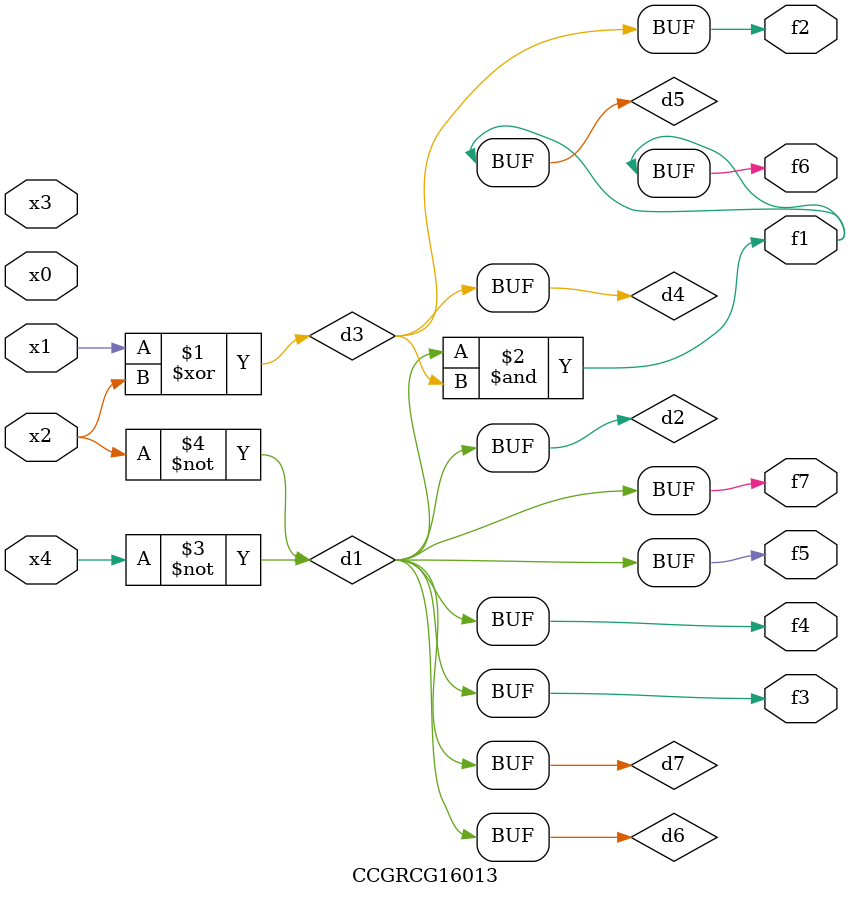
<source format=v>
module CCGRCG16013(
	input x0, x1, x2, x3, x4,
	output f1, f2, f3, f4, f5, f6, f7
);

	wire d1, d2, d3, d4, d5, d6, d7;

	not (d1, x4);
	not (d2, x2);
	xor (d3, x1, x2);
	buf (d4, d3);
	and (d5, d1, d3);
	buf (d6, d1, d2);
	buf (d7, d2);
	assign f1 = d5;
	assign f2 = d4;
	assign f3 = d7;
	assign f4 = d7;
	assign f5 = d7;
	assign f6 = d5;
	assign f7 = d7;
endmodule

</source>
